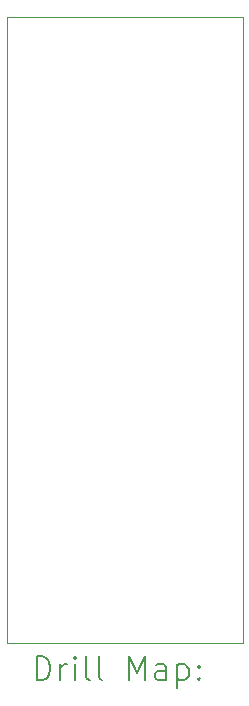
<source format=gbr>
%TF.GenerationSoftware,KiCad,Pcbnew,8.0.4*%
%TF.CreationDate,2024-10-13T11:01:52+03:00*%
%TF.ProjectId,stm32f0_nucleo,73746d33-3266-4305-9f6e-75636c656f2e,rev?*%
%TF.SameCoordinates,Original*%
%TF.FileFunction,Drillmap*%
%TF.FilePolarity,Positive*%
%FSLAX45Y45*%
G04 Gerber Fmt 4.5, Leading zero omitted, Abs format (unit mm)*
G04 Created by KiCad (PCBNEW 8.0.4) date 2024-10-13 11:01:52*
%MOMM*%
%LPD*%
G01*
G04 APERTURE LIST*
%ADD10C,0.100000*%
%ADD11C,0.200000*%
G04 APERTURE END LIST*
D10*
X13750000Y-5750000D02*
X15750000Y-5750000D01*
X15750000Y-11050000D01*
X13750000Y-11050000D01*
X13750000Y-5750000D01*
D11*
X14005777Y-11366484D02*
X14005777Y-11166484D01*
X14005777Y-11166484D02*
X14053396Y-11166484D01*
X14053396Y-11166484D02*
X14081967Y-11176008D01*
X14081967Y-11176008D02*
X14101015Y-11195055D01*
X14101015Y-11195055D02*
X14110539Y-11214103D01*
X14110539Y-11214103D02*
X14120062Y-11252198D01*
X14120062Y-11252198D02*
X14120062Y-11280769D01*
X14120062Y-11280769D02*
X14110539Y-11318865D01*
X14110539Y-11318865D02*
X14101015Y-11337912D01*
X14101015Y-11337912D02*
X14081967Y-11356960D01*
X14081967Y-11356960D02*
X14053396Y-11366484D01*
X14053396Y-11366484D02*
X14005777Y-11366484D01*
X14205777Y-11366484D02*
X14205777Y-11233150D01*
X14205777Y-11271246D02*
X14215301Y-11252198D01*
X14215301Y-11252198D02*
X14224824Y-11242674D01*
X14224824Y-11242674D02*
X14243872Y-11233150D01*
X14243872Y-11233150D02*
X14262920Y-11233150D01*
X14329586Y-11366484D02*
X14329586Y-11233150D01*
X14329586Y-11166484D02*
X14320062Y-11176008D01*
X14320062Y-11176008D02*
X14329586Y-11185531D01*
X14329586Y-11185531D02*
X14339110Y-11176008D01*
X14339110Y-11176008D02*
X14329586Y-11166484D01*
X14329586Y-11166484D02*
X14329586Y-11185531D01*
X14453396Y-11366484D02*
X14434348Y-11356960D01*
X14434348Y-11356960D02*
X14424824Y-11337912D01*
X14424824Y-11337912D02*
X14424824Y-11166484D01*
X14558158Y-11366484D02*
X14539110Y-11356960D01*
X14539110Y-11356960D02*
X14529586Y-11337912D01*
X14529586Y-11337912D02*
X14529586Y-11166484D01*
X14786729Y-11366484D02*
X14786729Y-11166484D01*
X14786729Y-11166484D02*
X14853396Y-11309341D01*
X14853396Y-11309341D02*
X14920062Y-11166484D01*
X14920062Y-11166484D02*
X14920062Y-11366484D01*
X15101015Y-11366484D02*
X15101015Y-11261722D01*
X15101015Y-11261722D02*
X15091491Y-11242674D01*
X15091491Y-11242674D02*
X15072443Y-11233150D01*
X15072443Y-11233150D02*
X15034348Y-11233150D01*
X15034348Y-11233150D02*
X15015301Y-11242674D01*
X15101015Y-11356960D02*
X15081967Y-11366484D01*
X15081967Y-11366484D02*
X15034348Y-11366484D01*
X15034348Y-11366484D02*
X15015301Y-11356960D01*
X15015301Y-11356960D02*
X15005777Y-11337912D01*
X15005777Y-11337912D02*
X15005777Y-11318865D01*
X15005777Y-11318865D02*
X15015301Y-11299817D01*
X15015301Y-11299817D02*
X15034348Y-11290293D01*
X15034348Y-11290293D02*
X15081967Y-11290293D01*
X15081967Y-11290293D02*
X15101015Y-11280769D01*
X15196253Y-11233150D02*
X15196253Y-11433150D01*
X15196253Y-11242674D02*
X15215301Y-11233150D01*
X15215301Y-11233150D02*
X15253396Y-11233150D01*
X15253396Y-11233150D02*
X15272443Y-11242674D01*
X15272443Y-11242674D02*
X15281967Y-11252198D01*
X15281967Y-11252198D02*
X15291491Y-11271246D01*
X15291491Y-11271246D02*
X15291491Y-11328388D01*
X15291491Y-11328388D02*
X15281967Y-11347436D01*
X15281967Y-11347436D02*
X15272443Y-11356960D01*
X15272443Y-11356960D02*
X15253396Y-11366484D01*
X15253396Y-11366484D02*
X15215301Y-11366484D01*
X15215301Y-11366484D02*
X15196253Y-11356960D01*
X15377205Y-11347436D02*
X15386729Y-11356960D01*
X15386729Y-11356960D02*
X15377205Y-11366484D01*
X15377205Y-11366484D02*
X15367682Y-11356960D01*
X15367682Y-11356960D02*
X15377205Y-11347436D01*
X15377205Y-11347436D02*
X15377205Y-11366484D01*
X15377205Y-11242674D02*
X15386729Y-11252198D01*
X15386729Y-11252198D02*
X15377205Y-11261722D01*
X15377205Y-11261722D02*
X15367682Y-11252198D01*
X15367682Y-11252198D02*
X15377205Y-11242674D01*
X15377205Y-11242674D02*
X15377205Y-11261722D01*
M02*

</source>
